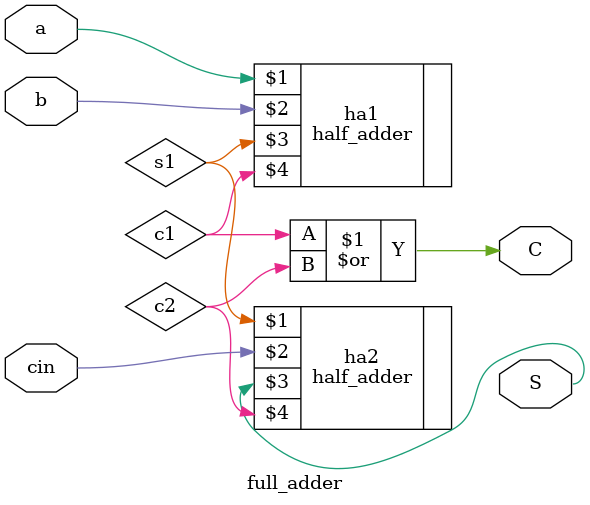
<source format=v>
`timescale 1ns / 1ps
module full_adder(a,b,cin,S,C);
input a,b,cin;
output S,C;
wire s1,c1,c2;

half_adder ha1(a,b,s1,c1);
half_adder ha2(s1,cin,S,c2);

assign C=c1|c2;
endmodule

</source>
